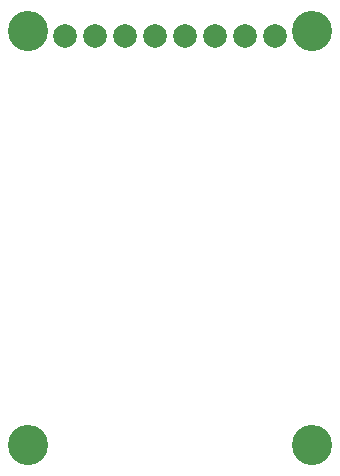
<source format=gts>
G04*
G04 #@! TF.GenerationSoftware,Altium Limited,Altium Designer,20.1.10 (176)*
G04*
G04 Layer_Color=8388736*
%FSLAX25Y25*%
%MOIN*%
G70*
G04*
G04 #@! TF.SameCoordinates,6CBB9ED5-C892-48F8-8F6F-D4B66391D099*
G04*
G04*
G04 #@! TF.FilePolarity,Negative*
G04*
G01*
G75*
%ADD10C,0.13398*%
%ADD11C,0.07887*%
D10*
X-8138Y7874D02*
D03*
X-102626D02*
D03*
Y145669D02*
D03*
X-8138D02*
D03*
D11*
X-90500Y144000D02*
D03*
X-80500D02*
D03*
X-60500D02*
D03*
X-50500D02*
D03*
X-40500D02*
D03*
X-30500D02*
D03*
X-20500D02*
D03*
X-70500D02*
D03*
M02*

</source>
